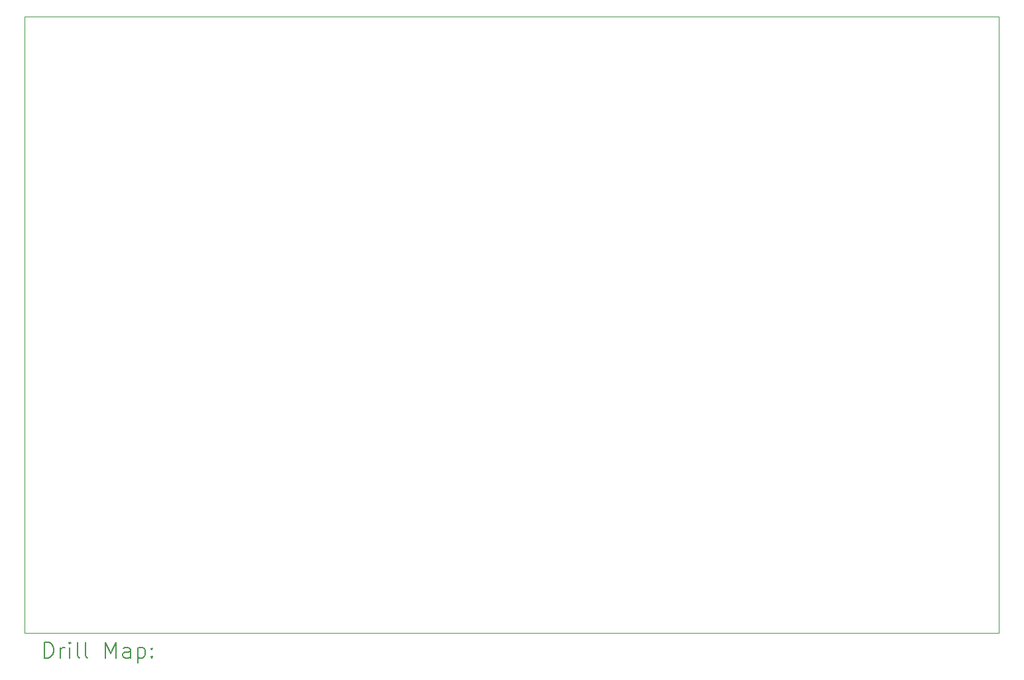
<source format=gbr>
%TF.GenerationSoftware,KiCad,Pcbnew,6.0.8*%
%TF.CreationDate,2022-10-28T14:07:03-07:00*%
%TF.ProjectId,pre-amp52,7072652d-616d-4703-9532-2e6b69636164,rev?*%
%TF.SameCoordinates,Original*%
%TF.FileFunction,Drillmap*%
%TF.FilePolarity,Positive*%
%FSLAX45Y45*%
G04 Gerber Fmt 4.5, Leading zero omitted, Abs format (unit mm)*
G04 Created by KiCad (PCBNEW 6.0.8) date 2022-10-28 14:07:03*
%MOMM*%
%LPD*%
G01*
G04 APERTURE LIST*
%ADD10C,0.100000*%
%ADD11C,0.200000*%
G04 APERTURE END LIST*
D10*
X4572000Y-8382000D02*
X17018000Y-8382000D01*
X17018000Y-8382000D02*
X17018000Y-16256000D01*
X17018000Y-16256000D02*
X4572000Y-16256000D01*
X4572000Y-16256000D02*
X4572000Y-8382000D01*
X16510000Y-16256000D02*
X16510000Y-16256000D01*
X16510000Y-16256000D02*
X16510000Y-16256000D01*
X16510000Y-16256000D02*
X16510000Y-16256000D01*
X16510000Y-16256000D02*
X16510000Y-16256000D01*
D11*
X4824619Y-16571476D02*
X4824619Y-16371476D01*
X4872238Y-16371476D01*
X4900810Y-16381000D01*
X4919857Y-16400048D01*
X4929381Y-16419095D01*
X4938905Y-16457190D01*
X4938905Y-16485762D01*
X4929381Y-16523857D01*
X4919857Y-16542905D01*
X4900810Y-16561952D01*
X4872238Y-16571476D01*
X4824619Y-16571476D01*
X5024619Y-16571476D02*
X5024619Y-16438143D01*
X5024619Y-16476238D02*
X5034143Y-16457190D01*
X5043667Y-16447667D01*
X5062714Y-16438143D01*
X5081762Y-16438143D01*
X5148429Y-16571476D02*
X5148429Y-16438143D01*
X5148429Y-16371476D02*
X5138905Y-16381000D01*
X5148429Y-16390524D01*
X5157952Y-16381000D01*
X5148429Y-16371476D01*
X5148429Y-16390524D01*
X5272238Y-16571476D02*
X5253190Y-16561952D01*
X5243667Y-16542905D01*
X5243667Y-16371476D01*
X5377000Y-16571476D02*
X5357952Y-16561952D01*
X5348429Y-16542905D01*
X5348429Y-16371476D01*
X5605571Y-16571476D02*
X5605571Y-16371476D01*
X5672238Y-16514333D01*
X5738905Y-16371476D01*
X5738905Y-16571476D01*
X5919857Y-16571476D02*
X5919857Y-16466714D01*
X5910333Y-16447667D01*
X5891286Y-16438143D01*
X5853190Y-16438143D01*
X5834143Y-16447667D01*
X5919857Y-16561952D02*
X5900809Y-16571476D01*
X5853190Y-16571476D01*
X5834143Y-16561952D01*
X5824619Y-16542905D01*
X5824619Y-16523857D01*
X5834143Y-16504809D01*
X5853190Y-16495286D01*
X5900809Y-16495286D01*
X5919857Y-16485762D01*
X6015095Y-16438143D02*
X6015095Y-16638143D01*
X6015095Y-16447667D02*
X6034143Y-16438143D01*
X6072238Y-16438143D01*
X6091286Y-16447667D01*
X6100809Y-16457190D01*
X6110333Y-16476238D01*
X6110333Y-16533381D01*
X6100809Y-16552428D01*
X6091286Y-16561952D01*
X6072238Y-16571476D01*
X6034143Y-16571476D01*
X6015095Y-16561952D01*
X6196048Y-16552428D02*
X6205571Y-16561952D01*
X6196048Y-16571476D01*
X6186524Y-16561952D01*
X6196048Y-16552428D01*
X6196048Y-16571476D01*
X6196048Y-16447667D02*
X6205571Y-16457190D01*
X6196048Y-16466714D01*
X6186524Y-16457190D01*
X6196048Y-16447667D01*
X6196048Y-16466714D01*
M02*

</source>
